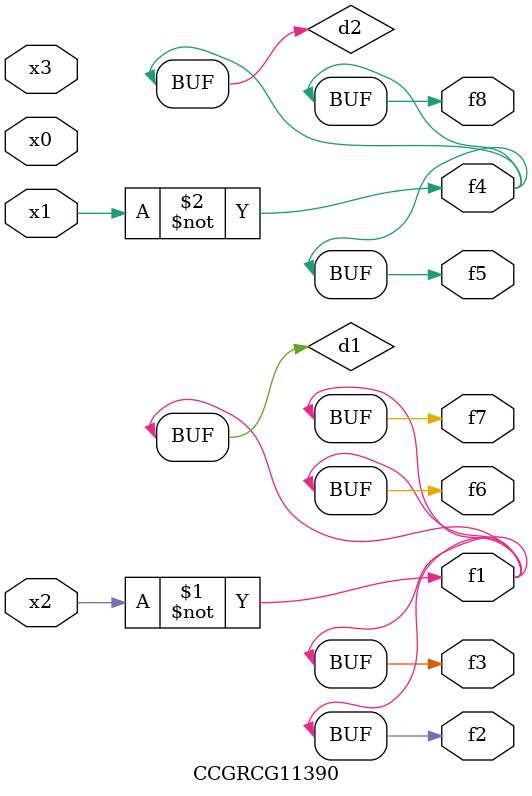
<source format=v>
module CCGRCG11390(
	input x0, x1, x2, x3,
	output f1, f2, f3, f4, f5, f6, f7, f8
);

	wire d1, d2;

	xnor (d1, x2);
	not (d2, x1);
	assign f1 = d1;
	assign f2 = d1;
	assign f3 = d1;
	assign f4 = d2;
	assign f5 = d2;
	assign f6 = d1;
	assign f7 = d1;
	assign f8 = d2;
endmodule

</source>
